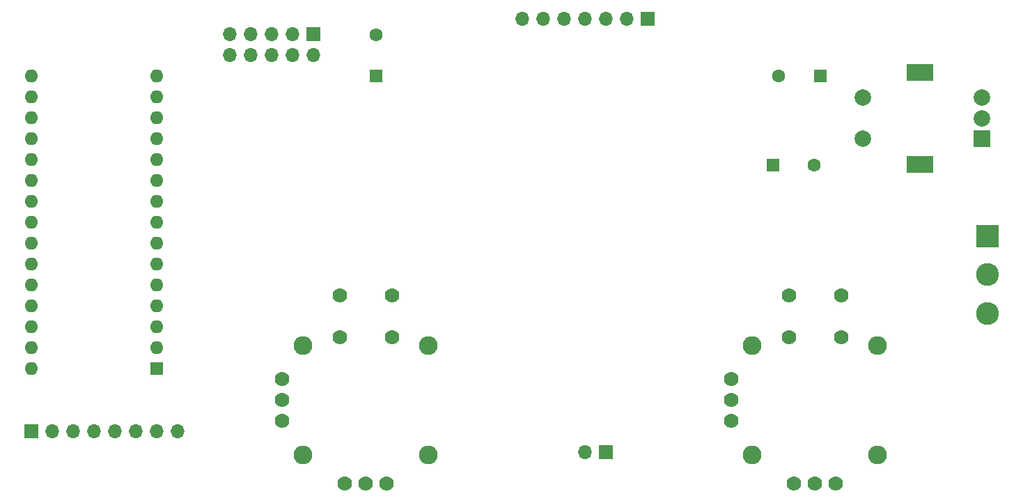
<source format=gbr>
%TF.GenerationSoftware,KiCad,Pcbnew,(5.1.7)-1*%
%TF.CreationDate,2021-01-15T10:10:13+10:00*%
%TF.ProjectId,Universal Controller Mk1,556e6976-6572-4736-916c-20436f6e7472,rev?*%
%TF.SameCoordinates,Original*%
%TF.FileFunction,Soldermask,Top*%
%TF.FilePolarity,Negative*%
%FSLAX46Y46*%
G04 Gerber Fmt 4.6, Leading zero omitted, Abs format (unit mm)*
G04 Created by KiCad (PCBNEW (5.1.7)-1) date 2021-01-15 10:10:13*
%MOMM*%
%LPD*%
G01*
G04 APERTURE LIST*
%ADD10R,1.700000X1.700000*%
%ADD11O,1.700000X1.700000*%
%ADD12C,1.778000*%
%ADD13C,2.286000*%
%ADD14O,1.600000X1.600000*%
%ADD15R,1.600000X1.600000*%
%ADD16R,2.000000X2.000000*%
%ADD17C,2.000000*%
%ADD18R,3.200000X2.000000*%
%ADD19C,1.600000*%
%ADD20R,2.775000X2.775000*%
%ADD21C,2.775000*%
G04 APERTURE END LIST*
D10*
%TO.C,J3*%
X151130000Y-50165000D03*
D11*
X148590000Y-50165000D03*
X146050000Y-50165000D03*
X143510000Y-50165000D03*
X140970000Y-50165000D03*
X138430000Y-50165000D03*
X135890000Y-50165000D03*
%TD*%
D12*
%TO.C,U1*%
X161290000Y-99060000D03*
X161290000Y-96520000D03*
X161290000Y-93980000D03*
D13*
X179070000Y-89852500D03*
X179070000Y-103187500D03*
X163830000Y-103187500D03*
X163830000Y-89852500D03*
D12*
X173990000Y-106680000D03*
X171450000Y-106680000D03*
X168910000Y-106680000D03*
X174625000Y-88900000D03*
X168275000Y-88900000D03*
X174625000Y-83820000D03*
X168275000Y-83820000D03*
%TD*%
D14*
%TO.C,A1*%
X76200000Y-57150000D03*
X91440000Y-57150000D03*
X76200000Y-92710000D03*
X91440000Y-59690000D03*
X76200000Y-90170000D03*
X91440000Y-62230000D03*
X76200000Y-87630000D03*
X91440000Y-64770000D03*
X76200000Y-85090000D03*
X91440000Y-67310000D03*
X76200000Y-82550000D03*
X91440000Y-69850000D03*
X76200000Y-80010000D03*
X91440000Y-72390000D03*
X76200000Y-77470000D03*
X91440000Y-74930000D03*
X76200000Y-74930000D03*
X91440000Y-77470000D03*
X76200000Y-72390000D03*
X91440000Y-80010000D03*
X76200000Y-69850000D03*
X91440000Y-82550000D03*
X76200000Y-67310000D03*
X91440000Y-85090000D03*
X76200000Y-64770000D03*
X91440000Y-87630000D03*
X76200000Y-62230000D03*
X91440000Y-90170000D03*
X76200000Y-59690000D03*
D15*
X91440000Y-92710000D03*
%TD*%
D16*
%TO.C,SW1*%
X191770000Y-64770000D03*
D17*
X191770000Y-62270000D03*
X191770000Y-59770000D03*
D18*
X184270000Y-67870000D03*
X184270000Y-56670000D03*
D17*
X177270000Y-64770000D03*
X177270000Y-59770000D03*
%TD*%
D19*
%TO.C,C1*%
X171370000Y-67945000D03*
D15*
X166370000Y-67945000D03*
%TD*%
D19*
%TO.C,C2*%
X167085000Y-57150000D03*
D15*
X172085000Y-57150000D03*
%TD*%
D19*
%TO.C,C3*%
X118110000Y-52150000D03*
D15*
X118110000Y-57150000D03*
%TD*%
D11*
%TO.C,J1*%
X93980000Y-100330000D03*
X91440000Y-100330000D03*
X88900000Y-100330000D03*
X86360000Y-100330000D03*
X83820000Y-100330000D03*
X81280000Y-100330000D03*
X78740000Y-100330000D03*
D10*
X76200000Y-100330000D03*
%TD*%
D11*
%TO.C,J6*%
X143510000Y-102870000D03*
D10*
X146050000Y-102870000D03*
%TD*%
D11*
%TO.C,J2*%
X100330000Y-54610000D03*
X100330000Y-52070000D03*
X102870000Y-54610000D03*
X102870000Y-52070000D03*
X105410000Y-54610000D03*
X105410000Y-52070000D03*
X107950000Y-54610000D03*
X107950000Y-52070000D03*
X110490000Y-54610000D03*
D10*
X110490000Y-52070000D03*
%TD*%
D12*
%TO.C,U2*%
X113665000Y-83820000D03*
X120015000Y-83820000D03*
X113665000Y-88900000D03*
X120015000Y-88900000D03*
X114300000Y-106680000D03*
X116840000Y-106680000D03*
X119380000Y-106680000D03*
D13*
X109220000Y-89852500D03*
X109220000Y-103187500D03*
X124460000Y-103187500D03*
X124460000Y-89852500D03*
D12*
X106680000Y-93980000D03*
X106680000Y-96520000D03*
X106680000Y-99060000D03*
%TD*%
D20*
%TO.C,S1*%
X192405000Y-76580000D03*
D21*
X192405000Y-81280000D03*
X192405000Y-85980000D03*
%TD*%
M02*

</source>
